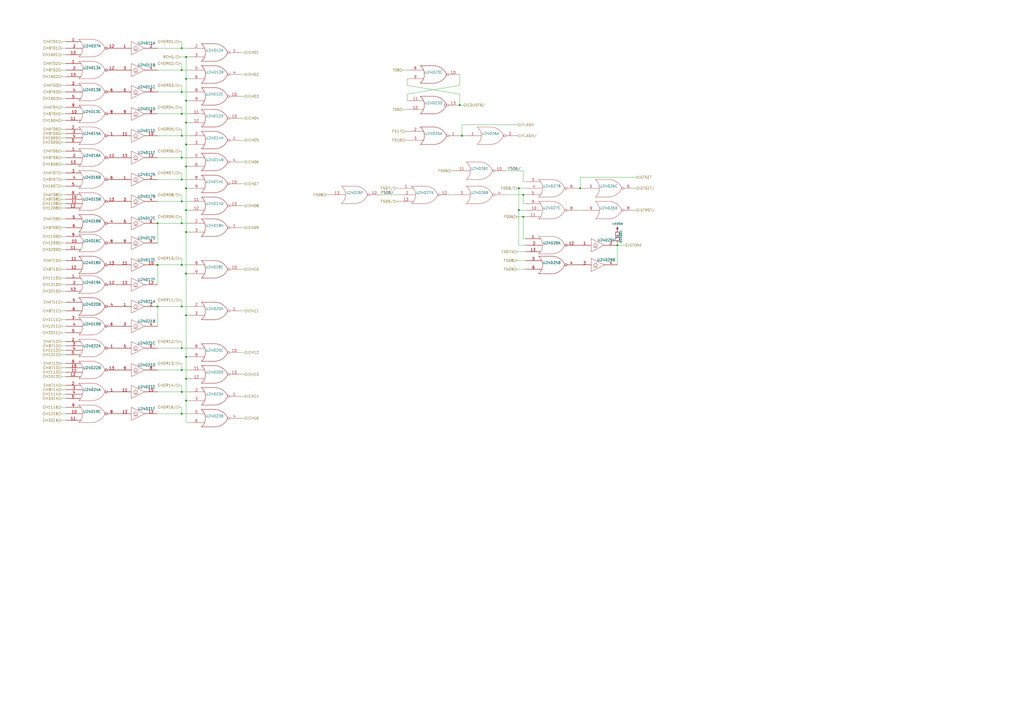
<source format=kicad_sch>
(kicad_sch (version 20211123) (generator eeschema)
  (paper "A2")
  (lib_symbols
    (symbol "Device:R" (pin_numbers hide) (pin_names (offset 0))
      (property "Reference" "R" (at 2.032 0 90))
      (property "Value" "R" (at 0 0 90))
      (symbol "R_0_1"
        (rectangle (start -1.016 -2.54) (end 1.016 2.54) (stroke (width 0.254)))
      )
      (symbol "R_1_1"
        (pin passive line (at 0 3.81 270) (length 1.27) (name "~") (number "1"))
        (pin passive line (at 0 -3.81 90) (length 1.27) (name "~") (number "2"))
      )
    )
    (symbol "agc_kicad_components:+4VSW" (power) (pin_names (offset 0))
      (property "Value" "+4VSW" (at 0.127 2.794 0))
      (symbol "+4VSW_0_1"
        (polyline (pts (xy 0 0) (xy 0 0.381)))
        (polyline (pts (xy -0.508 0.381) (xy 0 1.905) (xy 0.508 0.381) (xy -0.381 0.381)) (fill (type outline)))
      )
      (symbol "+4VSW_1_1"
        (pin power_in line (at 0 0 90) (length 0) hide (name "+4VSW") (number "1"))
      )
    )
    (symbol "agc_kicad_components:74HC02" (pin_names (offset 0.762))
      (property "Reference" "U" (at 0 1.27 0))
      (symbol "74HC02_1_1"
        (arc (start -7.62 -5.08) (mid -5.2708 0) (end -7.62 5.08) (stroke (width 0.2032)))
        (arc (start 0 -5.08) (mid 4.5812 -3.6906) (end 7.62 0) (stroke (width 0.2032)))
        (polyline (pts (xy -7.62 -5.08) (xy 0 -5.08)) (stroke (width 0.2032)))
        (polyline (pts (xy -7.62 5.08) (xy 0 5.08)) (stroke (width 0.2032)))
        (arc (start 7.62 0) (mid 4.5727 3.6819) (end 0 5.08) (stroke (width 0.2032)))
        (pin output inverted (at 15.24 0 180) (length 7.62) (name "~") (number "1"))
        (pin input line (at -15.24 2.54 0) (length 9.398) (name "~") (number "2"))
        (pin input line (at -15.24 -2.54 0) (length 9.398) (name "~") (number "3"))
      )
      (symbol "74HC02_2_1"
        (arc (start -7.62 -5.08) (mid -5.2708 0) (end -7.62 5.08) (stroke (width 0.2032)))
        (arc (start 0 -5.08) (mid 4.5812 -3.6906) (end 7.62 0) (stroke (width 0.2032)))
        (polyline (pts (xy -7.62 -5.08) (xy 0 -5.08)) (stroke (width 0.2032)))
        (polyline (pts (xy -7.62 5.08) (xy 0 5.08)) (stroke (width 0.2032)))
        (arc (start 7.62 0) (mid 4.5727 3.6819) (end 0 5.08) (stroke (width 0.2032)))
        (pin output inverted (at 15.24 0 180) (length 7.62) (name "~") (number "4"))
        (pin input line (at -15.24 2.54 0) (length 9.398) (name "~") (number "5"))
        (pin input line (at -15.24 -2.54 0) (length 9.398) (name "~") (number "6"))
      )
      (symbol "74HC02_3_1"
        (arc (start -7.62 -5.08) (mid -5.2708 0) (end -7.62 5.08) (stroke (width 0.2032)))
        (arc (start 0 -5.08) (mid 4.5812 -3.6906) (end 7.62 0) (stroke (width 0.2032)))
        (polyline (pts (xy -7.62 -5.08) (xy 0 -5.08)) (stroke (width 0.2032)))
        (polyline (pts (xy -7.62 5.08) (xy 0 5.08)) (stroke (width 0.2032)))
        (arc (start 7.62 0) (mid 4.5727 3.6819) (end 0 5.08) (stroke (width 0.2032)))
        (pin output inverted (at 15.24 0 180) (length 7.62) (name "~") (number "10"))
        (pin input line (at -15.24 2.54 0) (length 9.398) (name "~") (number "8"))
        (pin input line (at -15.24 -2.54 0) (length 9.398) (name "~") (number "9"))
      )
      (symbol "74HC02_4_1"
        (arc (start -7.62 -5.08) (mid -5.2708 0) (end -7.62 5.08) (stroke (width 0.2032)))
        (arc (start 0 -5.08) (mid 4.5812 -3.6906) (end 7.62 0) (stroke (width 0.2032)))
        (polyline (pts (xy -7.62 -5.08) (xy 0 -5.08)) (stroke (width 0.2032)))
        (polyline (pts (xy -7.62 5.08) (xy 0 5.08)) (stroke (width 0.2032)))
        (arc (start 7.62 0) (mid 4.5727 3.6819) (end 0 5.08) (stroke (width 0.2032)))
        (pin input line (at -15.24 2.54 0) (length 9.398) (name "~") (number "11"))
        (pin input line (at -15.24 -2.54 0) (length 9.398) (name "~") (number "12"))
        (pin output inverted (at 15.24 0 180) (length 7.62) (name "~") (number "13"))
      )
      (symbol "74HC02_5_0"
        (text "GND" (at 2.54 -3.81 0) (effects (font (size 0.9906 0.9906))))
        (text "VCC" (at 2.54 3.81 0) (effects (font (size 0.9906 0.9906))))
      )
      (symbol "74HC02_5_1"
        (rectangle (start -5.08 2.54) (end 5.08 -2.54))
        (pin power_in line (at 0 6.35 270) (length 3.81) (name "VCC") (number "14"))
        (pin power_in line (at 0 -6.35 90) (length 3.81) (name "GND") (number "7"))
      )
    )
    (symbol "agc_kicad_components:74HC04" (pin_names (offset 0.762))
      (property "Reference" "U" (at 0 1.27 0))
      (symbol "74HC04_1_1"
        (arc (start -7.62 -5.0292) (mid -5.3094 0.0082) (end -7.62 5.0546))
        (arc (start 0 -5.0546) (mid 4.5632 -3.6449) (end 7.5946 0.0508))
        (polyline (pts (xy -7.62 -5.08) (xy 0 -5.08)))
        (polyline (pts (xy -7.62 5.08) (xy 0 5.08)))
        (arc (start 7.62 0) (mid 4.6132 3.6946) (end 0.0508 5.08))
        (pin input line (at -15.24 0 0) (length 9.906) (name "~") (number "1"))
        (pin output inverted (at 15.24 0 180) (length 7.62) (name "~") (number "2"))
      )
      (symbol "74HC04_2_1"
        (arc (start -7.62 -5.0292) (mid -5.3094 0.0082) (end -7.62 5.0546))
        (arc (start 0 -5.0546) (mid 4.5632 -3.6449) (end 7.5946 0.0508))
        (polyline (pts (xy -7.62 -5.08) (xy 0 -5.08)))
        (polyline (pts (xy -7.62 5.08) (xy 0 5.08)))
        (arc (start 7.62 0) (mid 4.6132 3.6946) (end 0.0508 5.08))
        (pin input line (at -15.24 0 0) (length 9.906) (name "~") (number "3"))
        (pin output inverted (at 15.24 0 180) (length 7.62) (name "~") (number "4"))
      )
      (symbol "74HC04_3_1"
        (arc (start -7.62 -5.0292) (mid -5.3094 0.0082) (end -7.62 5.0546))
        (arc (start 0 -5.0546) (mid 4.5632 -3.6449) (end 7.5946 0.0508))
        (polyline (pts (xy -7.62 -5.08) (xy 0 -5.08)))
        (polyline (pts (xy -7.62 5.08) (xy 0 5.08)))
        (arc (start 7.62 0) (mid 4.6132 3.6946) (end 0.0508 5.08))
        (pin input line (at -15.24 0 0) (length 9.906) (name "~") (number "5"))
        (pin output inverted (at 15.24 0 180) (length 7.62) (name "~") (number "6"))
      )
      (symbol "74HC04_4_1"
        (arc (start -7.62 -5.0292) (mid -5.3094 0.0082) (end -7.62 5.0546))
        (arc (start 0 -5.0546) (mid 4.5632 -3.6449) (end 7.5946 0.0508))
        (polyline (pts (xy -7.62 -5.08) (xy 0 -5.08)))
        (polyline (pts (xy -7.62 5.08) (xy 0 5.08)))
        (arc (start 7.62 0) (mid 4.6132 3.6946) (end 0.0508 5.08))
        (pin output inverted (at 15.24 0 180) (length 7.62) (name "~") (number "8"))
        (pin input line (at -15.24 0 0) (length 9.906) (name "~") (number "9"))
      )
      (symbol "74HC04_5_1"
        (arc (start -7.62 -5.0292) (mid -5.3094 0.0082) (end -7.62 5.0546))
        (arc (start 0 -5.0546) (mid 4.5632 -3.6449) (end 7.5946 0.0508))
        (polyline (pts (xy -7.62 -5.08) (xy 0 -5.08)))
        (polyline (pts (xy -7.62 5.08) (xy 0 5.08)))
        (arc (start 7.62 0) (mid 4.6132 3.6946) (end 0.0508 5.08))
        (pin output inverted (at 15.24 0 180) (length 7.62) (name "~") (number "10"))
        (pin input line (at -15.24 0 0) (length 9.906) (name "~") (number "11"))
      )
      (symbol "74HC04_6_1"
        (arc (start -7.62 -5.0292) (mid -5.3094 0.0082) (end -7.62 5.0546))
        (arc (start 0 -5.0546) (mid 4.5632 -3.6449) (end 7.5946 0.0508))
        (polyline (pts (xy -7.62 -5.08) (xy 0 -5.08)))
        (polyline (pts (xy -7.62 5.08) (xy 0 5.08)))
        (arc (start 7.62 0) (mid 4.6132 3.6946) (end 0.0508 5.08))
        (pin output inverted (at 15.24 0 180) (length 7.62) (name "~") (number "12"))
        (pin input line (at -15.24 0 0) (length 9.906) (name "~") (number "13"))
      )
      (symbol "74HC04_7_0"
        (text "GND" (at 2.54 -3.81 0) (effects (font (size 0.9906 0.9906))))
        (text "VCC" (at 2.54 3.81 0) (effects (font (size 0.9906 0.9906))))
      )
      (symbol "74HC04_7_1"
        (rectangle (start -5.08 2.54) (end 5.08 -2.54))
        (pin power_in line (at 0 6.35 270) (length 3.81) (name "VCC") (number "14"))
        (pin power_in line (at 0 -6.35 90) (length 3.81) (name "GND") (number "7"))
      )
    )
    (symbol "agc_kicad_components:74HC27" (pin_names (offset 0.762))
      (property "Reference" "U" (at 0 1.27 0))
      (symbol "74HC27_1_1"
        (arc (start -7.62 -5.0292) (mid -5.3094 0.0082) (end -7.62 5.0546))
        (arc (start 0 -5.0546) (mid 4.5632 -3.6449) (end 7.5946 0.0508))
        (polyline (pts (xy -7.62 -5.08) (xy 0 -5.08)))
        (polyline (pts (xy -7.62 5.08) (xy 0 5.08)))
        (arc (start 7.62 0) (mid 4.6132 3.6946) (end 0.0508 5.08))
        (pin input line (at -15.24 3.81 0) (length 8.763) (name "~") (number "1"))
        (pin output inverted (at 15.24 0 180) (length 7.62) (name "~") (number "12"))
        (pin input line (at -15.24 -3.81 0) (length 8.763) (name "~") (number "13"))
        (pin input line (at -15.24 0 0) (length 9.906) (name "~") (number "2"))
      )
      (symbol "74HC27_2_1"
        (arc (start -7.62 -5.0292) (mid -5.3094 0.0082) (end -7.62 5.0546))
        (arc (start 0 -5.0546) (mid 4.5632 -3.6449) (end 7.5946 0.0508))
        (polyline (pts (xy -7.62 -5.08) (xy 0 -5.08)))
        (polyline (pts (xy -7.62 5.08) (xy 0 5.08)))
        (arc (start 7.62 0) (mid 4.6132 3.6946) (end 0.0508 5.08))
        (pin input line (at -15.24 3.81 0) (length 8.763) (name "~") (number "3"))
        (pin input line (at -15.24 0 0) (length 9.906) (name "~") (number "4"))
        (pin input line (at -15.24 -3.81 0) (length 8.763) (name "~") (number "5"))
        (pin output inverted (at 15.24 0 180) (length 7.62) (name "~") (number "6"))
      )
      (symbol "74HC27_3_1"
        (arc (start -7.62 -5.0292) (mid -5.3094 0.0082) (end -7.62 5.0546))
        (arc (start 0 -5.0546) (mid 4.5632 -3.6449) (end 7.5946 0.0508))
        (polyline (pts (xy -7.62 -5.08) (xy 0 -5.08)))
        (polyline (pts (xy -7.62 5.08) (xy 0 5.08)))
        (arc (start 7.62 0) (mid 4.6132 3.6946) (end 0.0508 5.08))
        (pin input line (at -15.24 0 0) (length 9.906) (name "~") (number "10"))
        (pin input line (at -15.24 -3.81 0) (length 8.763) (name "~") (number "11"))
        (pin output inverted (at 15.24 0 180) (length 7.62) (name "~") (number "8"))
        (pin input line (at -15.24 3.81 0) (length 8.763) (name "~") (number "9"))
      )
      (symbol "74HC27_4_0"
        (text "GND" (at 2.54 -3.81 0) (effects (font (size 0.9906 0.9906))))
        (text "VCC" (at 2.54 3.81 0) (effects (font (size 0.9906 0.9906))))
      )
      (symbol "74HC27_4_1"
        (rectangle (start -5.08 2.54) (end 5.08 -2.54))
        (pin power_in line (at 0 6.35 270) (length 3.81) (name "VCC") (number "14"))
        (pin power_in line (at 0 -6.35 90) (length 3.81) (name "GND") (number "7"))
      )
    )
    (symbol "agc_kicad_components:74HC4002" (pin_names (offset 0.762))
      (property "Reference" "U" (at 0 1.27 0))
      (symbol "74HC4002_1_1"
        (arc (start -7.62 -5.0292) (mid -5.3094 0.0082) (end -7.62 5.0546))
        (arc (start 0 -5.0546) (mid 4.5632 -3.6449) (end 7.5946 0.0508))
        (polyline (pts (xy -7.62 -5.08) (xy 0 -5.08)))
        (polyline (pts (xy -7.62 5.08) (xy 0 5.08)))
        (arc (start 7.62 0) (mid 4.6132 3.6946) (end 0.0508 5.08))
        (pin output inverted (at 15.24 0 180) (length 7.62) (name "~") (number "1"))
        (pin input line (at -15.24 3.81 0) (length 8.509) (name "~") (number "2"))
        (pin input line (at -15.24 1.27 0) (length 9.652) (name "~") (number "3"))
        (pin input line (at -15.24 -1.27 0) (length 9.652) (name "~") (number "4"))
        (pin input line (at -15.24 -3.81 0) (length 8.509) (name "~") (number "5"))
        (pin no_connect line (at -2.54 5.08 90) (length 0) hide (name "NC1") (number "6"))
        (pin no_connect line (at 0 5.08 90) (length 0) hide (name "NC2") (number "8"))
      )
      (symbol "74HC4002_2_1"
        (arc (start -7.62 -5.0292) (mid -5.3094 0.0082) (end -7.62 5.0546))
        (arc (start 0 -5.0546) (mid 4.5632 -3.6449) (end 7.5946 0.0508))
        (polyline (pts (xy -7.62 -5.08) (xy 0 -5.08)))
        (polyline (pts (xy -7.62 5.08) (xy 0 5.08)))
        (arc (start 7.62 0) (mid 4.6132 3.6946) (end 0.0508 5.08))
        (pin input line (at -15.24 1.27 0) (length 9.652) (name "~") (number "10"))
        (pin input line (at -15.24 -1.27 0) (length 9.652) (name "~") (number "11"))
        (pin input line (at -15.24 -3.81 0) (length 8.509) (name "~") (number "12"))
        (pin output inverted (at 15.24 0 180) (length 7.62) (name "~") (number "13"))
        (pin no_connect line (at -2.54 5.08 90) (length 0) hide (name "NC1") (number "6"))
        (pin no_connect line (at 0 5.08 90) (length 0) hide (name "NC2") (number "8"))
        (pin input line (at -15.24 3.81 0) (length 8.509) (name "~") (number "9"))
      )
      (symbol "74HC4002_3_0"
        (text "GND" (at 2.54 -3.81 0) (effects (font (size 0.9906 0.9906))))
        (text "VCC" (at 2.54 3.81 0) (effects (font (size 0.9906 0.9906))))
      )
      (symbol "74HC4002_3_1"
        (rectangle (start -5.08 2.54) (end 5.08 -2.54))
        (pin power_in line (at 0 6.35 270) (length 3.81) (name "VCC") (number "14"))
        (pin power_in line (at 0 -6.35 90) (length 3.81) (name "GND") (number "7"))
      )
    )
    (symbol "agc_kicad_components:74LVC07" (pin_names (offset 0.762))
      (property "Reference" "U" (at 0 1.27 0))
      (symbol "74LVC07_1_0"
        (polyline (pts (xy -3.81 3.81) (xy -3.81 -3.81) (xy 3.81 0) (xy -3.81 3.81)))
      )
      (symbol "74LVC07_1_1"
        (polyline (pts (xy -2.54 -1.27) (xy 0 -1.27)))
        (polyline (pts (xy -1.27 1.27) (xy -2.54 0) (xy -1.27 -1.27) (xy 0 0) (xy -1.27 1.27)))
        (pin input line (at -11.43 0 0) (length 7.62) (name "~") (number "1"))
        (pin open_collector line (at 11.43 0 180) (length 7.62) (name "~") (number "2"))
      )
      (symbol "74LVC07_2_0"
        (polyline (pts (xy -3.81 3.81) (xy -3.81 -3.81) (xy 3.81 0) (xy -3.81 3.81)))
      )
      (symbol "74LVC07_2_1"
        (polyline (pts (xy -2.54 -1.27) (xy 0 -1.27)))
        (polyline (pts (xy -1.27 1.27) (xy -2.54 0) (xy -1.27 -1.27) (xy 0 0) (xy -1.27 1.27)))
        (pin input line (at -11.43 0 0) (length 7.62) (name "~") (number "3"))
        (pin open_collector line (at 11.43 0 180) (length 7.62) (name "~") (number "4"))
      )
      (symbol "74LVC07_3_0"
        (polyline (pts (xy -3.81 3.81) (xy -3.81 -3.81) (xy 3.81 0) (xy -3.81 3.81)))
      )
      (symbol "74LVC07_3_1"
        (polyline (pts (xy -2.54 -1.27) (xy 0 -1.27)))
        (polyline (pts (xy -1.27 1.27) (xy -2.54 0) (xy -1.27 -1.27) (xy 0 0) (xy -1.27 1.27)))
        (pin input line (at -11.43 0 0) (length 7.62) (name "~") (number "5"))
        (pin open_collector line (at 11.43 0 180) (length 7.62) (name "~") (number "6"))
      )
      (symbol "74LVC07_4_0"
        (polyline (pts (xy -3.81 3.81) (xy -3.81 -3.81) (xy 3.81 0) (xy -3.81 3.81)))
      )
      (symbol "74LVC07_4_1"
        (polyline (pts (xy -2.54 -1.27) (xy 0 -1.27)))
        (polyline (pts (xy -1.27 1.27) (xy -2.54 0) (xy -1.27 -1.27) (xy 0 0) (xy -1.27 1.27)))
        (pin open_collector line (at 11.43 0 180) (length 7.62) (name "~") (number "8"))
        (pin input line (at -11.43 0 0) (length 7.62) (name "~") (number "9"))
      )
      (symbol "74LVC07_5_0"
        (polyline (pts (xy -3.81 3.81) (xy -3.81 -3.81) (xy 3.81 0) (xy -3.81 3.81)))
      )
      (symbol "74LVC07_5_1"
        (polyline (pts (xy -2.54 -1.27) (xy 0 -1.27)))
        (polyline (pts (xy -1.27 1.27) (xy -2.54 0) (xy -1.27 -1.27) (xy 0 0) (xy -1.27 1.27)))
        (pin open_collector line (at 11.43 0 180) (length 7.62) (name "~") (number "10"))
        (pin input line (at -11.43 0 0) (length 7.62) (name "~") (number "11"))
      )
      (symbol "74LVC07_6_0"
        (polyline (pts (xy -3.81 3.81) (xy -3.81 -3.81) (xy 3.81 0) (xy -3.81 3.81)))
      )
      (symbol "74LVC07_6_1"
        (polyline (pts (xy -2.54 -1.27) (xy 0 -1.27)))
        (polyline (pts (xy -1.27 1.27) (xy -2.54 0) (xy -1.27 -1.27) (xy 0 0) (xy -1.27 1.27)))
        (pin open_collector line (at 11.43 0 180) (length 7.62) (name "~") (number "12"))
        (pin input line (at -11.43 0 0) (length 7.62) (name "~") (number "13"))
      )
      (symbol "74LVC07_7_0"
        (rectangle (start -5.08 2.54) (end 5.08 -2.54))
        (text "GND" (at 2.54 -3.81 0) (effects (font (size 0.9906 0.9906))))
        (text "VCC" (at 2.54 3.81 0) (effects (font (size 0.9906 0.9906))))
      )
      (symbol "74LVC07_7_1"
        (pin power_in line (at 0 6.35 270) (length 3.81) (name "VCC") (number "14"))
        (pin power_in line (at 0 -6.35 90) (length 3.81) (name "GND") (number "7"))
      )
    )
  )
  (junction (at 105.41 78.74))
  (junction (at 105.41 27.94))
  (junction (at 107.95 232.41))
  (junction (at 105.41 104.14))
  (junction (at 107.95 109.22))
  (junction (at 107.95 182.88))
  (junction (at 107.95 33.02))
  (junction (at 105.41 66.04))
  (junction (at 105.41 129.54))
  (junction (at 107.95 71.12))
  (junction (at 91.44 129.54))
  (junction (at 91.44 153.67))
  (junction (at 107.95 134.62))
  (junction (at 303.53 125.73))
  (junction (at 107.95 58.42))
  (junction (at 107.95 207.01))
  (junction (at 105.41 214.63))
  (junction (at 107.95 158.75))
  (junction (at 303.53 113.03))
  (junction (at 105.41 240.03))
  (junction (at 267.97 78.74))
  (junction (at 300.99 109.22))
  (junction (at 107.95 121.92))
  (junction (at 105.41 40.64))
  (junction (at 105.41 153.67))
  (junction (at 336.55 109.22))
  (junction (at 105.41 177.8))
  (junction (at 107.95 219.71))
  (junction (at 105.41 201.93))
  (junction (at 107.95 83.82))
  (junction (at 105.41 227.33))
  (junction (at 107.95 96.52))
  (junction (at 300.99 121.92))
  (junction (at 105.41 116.84))
  (junction (at 266.7 60.96))
  (junction (at 107.95 45.72))
  (junction (at 358.14 142.24))
  (junction (at 105.41 91.44))
  (junction (at 91.44 177.8))
  (junction (at 105.41 53.34))
  (wire (pts (xy 105.41 116.84) (xy 109.22 116.84)))
  (wire (pts (xy 91.44 177.8) (xy 105.41 177.8)))
  (wire (pts (xy 91.44 227.33) (xy 105.41 227.33)))
  (wire (pts (xy 105.41 24.13) (xy 105.41 27.94)))
  (wire (pts (xy 35.56 218.44) (xy 38.1 218.44)))
  (wire (pts (xy 105.41 40.64) (xy 109.22 40.64)))
  (wire (pts (xy 107.95 109.22) (xy 107.95 121.92)))
  (wire (pts (xy 335.28 121.92) (xy 337.82 121.92)))
  (wire (pts (xy 35.56 95.25) (xy 38.1 95.25)))
  (wire (pts (xy 105.41 27.94) (xy 109.22 27.94)))
  (wire (pts (xy 35.56 66.04) (xy 38.1 66.04)))
  (wire (pts (xy 303.53 99.06) (xy 293.37 99.06)))
  (wire (pts (xy 105.41 240.03) (xy 109.22 240.03)))
  (wire (pts (xy 91.44 189.23) (xy 91.44 177.8)))
  (wire (pts (xy 91.44 140.97) (xy 91.44 129.54)))
  (wire (pts (xy 142.24 81.28) (xy 139.7 81.28)))
  (wire (pts (xy 300.99 109.22) (xy 304.8 109.22)))
  (wire (pts (xy 300.99 109.22) (xy 300.99 121.92)))
  (wire (pts (xy 107.95 33.02) (xy 107.95 45.72)))
  (wire (pts (xy 107.95 83.82) (xy 109.22 83.82)))
  (wire (pts (xy 105.41 236.22) (xy 105.41 240.03)))
  (wire (pts (xy 105.41 210.82) (xy 105.41 214.63)))
  (wire (pts (xy 35.56 27.94) (xy 38.1 27.94)))
  (wire (pts (xy 142.24 180.34) (xy 139.7 180.34)))
  (wire (pts (xy 105.41 36.83) (xy 105.41 40.64)))
  (wire (pts (xy 35.56 100.33) (xy 38.1 100.33)))
  (wire (pts (xy 105.41 125.73) (xy 105.41 129.54)))
  (wire (pts (xy 104.14 36.83) (xy 105.41 36.83)))
  (wire (pts (xy 105.41 201.93) (xy 109.22 201.93)))
  (wire (pts (xy 105.41 100.33) (xy 105.41 104.14)))
  (wire (pts (xy 35.56 69.85) (xy 38.1 69.85)))
  (wire (pts (xy 107.95 207.01) (xy 109.22 207.01)))
  (wire (pts (xy 142.24 119.38) (xy 139.7 119.38)))
  (wire (pts (xy 107.95 96.52) (xy 109.22 96.52)))
  (wire (pts (xy 105.41 87.63) (xy 105.41 91.44)))
  (wire (pts (xy 233.68 63.5) (xy 236.22 63.5)))
  (wire (pts (xy 267.97 78.74) (xy 269.24 78.74)))
  (wire (pts (xy 233.68 40.64) (xy 236.22 40.64)))
  (wire (pts (xy 107.95 182.88) (xy 107.95 207.01)))
  (wire (pts (xy 105.41 104.14) (xy 109.22 104.14)))
  (wire (pts (xy 91.44 66.04) (xy 105.41 66.04)))
  (wire (pts (xy 35.56 236.22) (xy 38.1 236.22)))
  (wire (pts (xy 35.56 198.12) (xy 38.1 198.12)))
  (wire (pts (xy 35.56 107.95) (xy 38.1 107.95)))
  (wire (pts (xy 303.53 113.03) (xy 304.8 113.03)))
  (wire (pts (xy 104.14 125.73) (xy 105.41 125.73)))
  (wire (pts (xy 107.95 232.41) (xy 107.95 245.11)))
  (wire (pts (xy 267.97 72.39) (xy 300.99 72.39)))
  (wire (pts (xy 35.56 156.21) (xy 38.1 156.21)))
  (wire (pts (xy 107.95 58.42) (xy 107.95 71.12)))
  (wire (pts (xy 91.44 165.1) (xy 91.44 153.67)))
  (wire (pts (xy 35.56 74.93) (xy 38.1 74.93)))
  (wire (pts (xy 35.56 87.63) (xy 38.1 87.63)))
  (wire (pts (xy 107.95 71.12) (xy 109.22 71.12)))
  (wire (pts (xy 35.56 175.26) (xy 38.1 175.26)))
  (wire (pts (xy 266.7 54.61) (xy 236.22 49.53)))
  (wire (pts (xy 142.24 106.68) (xy 139.7 106.68)))
  (wire (pts (xy 91.44 129.54) (xy 105.41 129.54)))
  (wire (pts (xy 104.14 236.22) (xy 105.41 236.22)))
  (wire (pts (xy 35.56 203.2) (xy 38.1 203.2)))
  (wire (pts (xy 35.56 215.9) (xy 38.1 215.9)))
  (wire (pts (xy 303.53 138.43) (xy 304.8 138.43)))
  (wire (pts (xy 303.53 125.73) (xy 304.8 125.73)))
  (wire (pts (xy 104.14 24.13) (xy 105.41 24.13)))
  (wire (pts (xy 105.41 227.33) (xy 109.22 227.33)))
  (wire (pts (xy 35.56 137.16) (xy 38.1 137.16)))
  (wire (pts (xy 107.95 96.52) (xy 107.95 109.22)))
  (wire (pts (xy 35.56 120.65) (xy 38.1 120.65)))
  (wire (pts (xy 104.14 113.03) (xy 105.41 113.03)))
  (wire (pts (xy 293.37 113.03) (xy 303.53 113.03)))
  (wire (pts (xy 335.28 109.22) (xy 336.55 109.22)))
  (wire (pts (xy 105.41 173.99) (xy 105.41 177.8)))
  (wire (pts (xy 261.62 99.06) (xy 262.89 99.06)))
  (wire (pts (xy 299.72 109.22) (xy 300.99 109.22)))
  (wire (pts (xy 107.95 232.41) (xy 109.22 232.41)))
  (wire (pts (xy 35.56 226.06) (xy 38.1 226.06)))
  (wire (pts (xy 142.24 93.98) (xy 139.7 93.98)))
  (wire (pts (xy 107.95 158.75) (xy 109.22 158.75)))
  (wire (pts (xy 107.95 71.12) (xy 107.95 83.82)))
  (wire (pts (xy 107.95 121.92) (xy 107.95 134.62)))
  (wire (pts (xy 234.95 76.2) (xy 236.22 76.2)))
  (wire (pts (xy 142.24 30.48) (xy 139.7 30.48)))
  (wire (pts (xy 35.56 40.64) (xy 38.1 40.64)))
  (wire (pts (xy 35.56 185.42) (xy 38.1 185.42)))
  (wire (pts (xy 35.56 91.44) (xy 38.1 91.44)))
  (wire (pts (xy 35.56 161.29) (xy 38.1 161.29)))
  (wire (pts (xy 299.72 151.13) (xy 304.8 151.13)))
  (wire (pts (xy 105.41 177.8) (xy 109.22 177.8)))
  (wire (pts (xy 35.56 200.66) (xy 38.1 200.66)))
  (wire (pts (xy 303.53 105.41) (xy 303.53 99.06)))
  (wire (pts (xy 107.95 134.62) (xy 109.22 134.62)))
  (wire (pts (xy 358.14 142.24) (xy 363.22 142.24)))
  (wire (pts (xy 142.24 55.88) (xy 139.7 55.88)))
  (wire (pts (xy 266.7 60.96) (xy 266.7 54.61)))
  (wire (pts (xy 35.56 240.03) (xy 38.1 240.03)))
  (wire (pts (xy 142.24 68.58) (xy 139.7 68.58)))
  (wire (pts (xy 105.41 129.54) (xy 109.22 129.54)))
  (wire (pts (xy 229.87 116.84) (xy 231.14 116.84)))
  (wire (pts (xy 107.95 45.72) (xy 107.95 58.42)))
  (wire (pts (xy 142.24 156.21) (xy 139.7 156.21)))
  (wire (pts (xy 35.56 210.82) (xy 38.1 210.82)))
  (wire (pts (xy 299.72 146.05) (xy 304.8 146.05)))
  (wire (pts (xy 105.41 91.44) (xy 109.22 91.44)))
  (wire (pts (xy 104.14 33.02) (xy 107.95 33.02)))
  (wire (pts (xy 236.22 49.53) (xy 236.22 45.72)))
  (wire (pts (xy 91.44 78.74) (xy 105.41 78.74)))
  (wire (pts (xy 229.87 109.22) (xy 231.14 109.22)))
  (wire (pts (xy 300.99 121.92) (xy 304.8 121.92)))
  (wire (pts (xy 107.95 121.92) (xy 109.22 121.92)))
  (wire (pts (xy 105.41 149.86) (xy 105.41 153.67)))
  (wire (pts (xy 91.44 91.44) (xy 105.41 91.44)))
  (wire (pts (xy 336.55 102.87) (xy 369.57 102.87)))
  (wire (pts (xy 104.14 173.99) (xy 105.41 173.99)))
  (wire (pts (xy 142.24 217.17) (xy 139.7 217.17)))
  (wire (pts (xy 91.44 40.64) (xy 105.41 40.64)))
  (wire (pts (xy 35.56 113.03) (xy 38.1 113.03)))
  (wire (pts (xy 35.56 151.13) (xy 38.1 151.13)))
  (wire (pts (xy 236.22 54.61) (xy 236.22 58.42)))
  (wire (pts (xy 358.14 142.24) (xy 358.14 153.67)))
  (wire (pts (xy 35.56 118.11) (xy 38.1 118.11)))
  (wire (pts (xy 91.44 27.94) (xy 105.41 27.94)))
  (wire (pts (xy 35.56 53.34) (xy 38.1 53.34)))
  (wire (pts (xy 105.41 53.34) (xy 109.22 53.34)))
  (wire (pts (xy 35.56 82.55) (xy 38.1 82.55)))
  (wire (pts (xy 303.53 113.03) (xy 303.53 118.11)))
  (wire (pts (xy 104.14 49.53) (xy 105.41 49.53)))
  (wire (pts (xy 266.7 78.74) (xy 267.97 78.74)))
  (wire (pts (xy 35.56 165.1) (xy 38.1 165.1)))
  (wire (pts (xy 91.44 214.63) (xy 105.41 214.63)))
  (wire (pts (xy 35.56 243.84) (xy 38.1 243.84)))
  (wire (pts (xy 35.56 115.57) (xy 38.1 115.57)))
  (wire (pts (xy 107.95 45.72) (xy 109.22 45.72)))
  (wire (pts (xy 35.56 57.15) (xy 38.1 57.15)))
  (wire (pts (xy 105.41 49.53) (xy 105.41 53.34)))
  (wire (pts (xy 35.56 24.13) (xy 38.1 24.13)))
  (wire (pts (xy 35.56 132.08) (xy 38.1 132.08)))
  (wire (pts (xy 107.95 109.22) (xy 109.22 109.22)))
  (wire (pts (xy 107.95 207.01) (xy 107.95 219.71)))
  (wire (pts (xy 104.14 74.93) (xy 105.41 74.93)))
  (wire (pts (xy 105.41 78.74) (xy 109.22 78.74)))
  (wire (pts (xy 105.41 198.12) (xy 105.41 201.93)))
  (wire (pts (xy 336.55 109.22) (xy 337.82 109.22)))
  (wire (pts (xy 107.95 245.11) (xy 109.22 245.11)))
  (wire (pts (xy 35.56 180.34) (xy 38.1 180.34)))
  (wire (pts (xy 142.24 43.18) (xy 139.7 43.18)))
  (wire (pts (xy 91.44 240.03) (xy 105.41 240.03)))
  (wire (pts (xy 91.44 53.34) (xy 105.41 53.34)))
  (wire (pts (xy 105.41 66.04) (xy 109.22 66.04)))
  (wire (pts (xy 368.3 109.22) (xy 369.57 109.22)))
  (wire (pts (xy 35.56 168.91) (xy 38.1 168.91)))
  (wire (pts (xy 91.44 104.14) (xy 105.41 104.14)))
  (wire (pts (xy 300.99 121.92) (xy 300.99 142.24)))
  (wire (pts (xy 35.56 80.01) (xy 38.1 80.01)))
  (wire (pts (xy 104.14 210.82) (xy 105.41 210.82)))
  (wire (pts (xy 35.56 104.14) (xy 38.1 104.14)))
  (wire (pts (xy 142.24 204.47) (xy 139.7 204.47)))
  (wire (pts (xy 105.41 74.93) (xy 105.41 78.74)))
  (wire (pts (xy 299.72 156.21) (xy 304.8 156.21)))
  (wire (pts (xy 234.95 81.28) (xy 236.22 81.28)))
  (wire (pts (xy 104.14 198.12) (xy 105.41 198.12)))
  (wire (pts (xy 35.56 213.36) (xy 38.1 213.36)))
  (wire (pts (xy 336.55 109.22) (xy 336.55 102.87)))
  (wire (pts (xy 105.41 113.03) (xy 105.41 116.84)))
  (wire (pts (xy 105.41 214.63) (xy 109.22 214.63)))
  (wire (pts (xy 35.56 193.04) (xy 38.1 193.04)))
  (wire (pts (xy 91.44 116.84) (xy 105.41 116.84)))
  (wire (pts (xy 266.7 49.53) (xy 236.22 54.61)))
  (wire (pts (xy 142.24 229.87) (xy 139.7 229.87)))
  (wire (pts (xy 35.56 127) (xy 38.1 127)))
  (wire (pts (xy 303.53 125.73) (xy 303.53 138.43)))
  (wire (pts (xy 266.7 43.18) (xy 266.7 49.53)))
  (wire (pts (xy 35.56 49.53) (xy 38.1 49.53)))
  (wire (pts (xy 35.56 223.52) (xy 38.1 223.52)))
  (wire (pts (xy 104.14 62.23) (xy 105.41 62.23)))
  (wire (pts (xy 105.41 223.52) (xy 105.41 227.33)))
  (wire (pts (xy 142.24 132.08) (xy 139.7 132.08)))
  (wire (pts (xy 35.56 140.97) (xy 38.1 140.97)))
  (wire (pts (xy 267.97 78.74) (xy 267.97 72.39)))
  (wire (pts (xy 35.56 77.47) (xy 38.1 77.47)))
  (wire (pts (xy 35.56 36.83) (xy 38.1 36.83)))
  (wire (pts (xy 91.44 153.67) (xy 105.41 153.67)))
  (wire (pts (xy 220.98 113.03) (xy 231.14 113.03)))
  (wire (pts (xy 105.41 153.67) (xy 109.22 153.67)))
  (wire (pts (xy 266.7 60.96) (xy 269.24 60.96)))
  (wire (pts (xy 107.95 134.62) (xy 107.95 158.75)))
  (wire (pts (xy 189.23 113.03) (xy 190.5 113.03)))
  (wire (pts (xy 105.41 62.23) (xy 105.41 66.04)))
  (wire (pts (xy 35.56 144.78) (xy 38.1 144.78)))
  (wire (pts (xy 107.95 83.82) (xy 107.95 96.52)))
  (wire (pts (xy 303.53 118.11) (xy 304.8 118.11)))
  (wire (pts (xy 104.14 100.33) (xy 105.41 100.33)))
  (wire (pts (xy 142.24 242.57) (xy 139.7 242.57)))
  (wire (pts (xy 107.95 158.75) (xy 107.95 182.88)))
  (wire (pts (xy 107.95 33.02) (xy 109.22 33.02)))
  (wire (pts (xy 303.53 105.41) (xy 304.8 105.41)))
  (wire (pts (xy 107.95 219.71) (xy 107.95 232.41)))
  (wire (pts (xy 91.44 201.93) (xy 105.41 201.93)))
  (wire (pts (xy 107.95 219.71) (xy 109.22 219.71)))
  (wire (pts (xy 35.56 31.75) (xy 38.1 31.75)))
  (wire (pts (xy 35.56 62.23) (xy 38.1 62.23)))
  (wire (pts (xy 300.99 142.24) (xy 304.8 142.24)))
  (wire (pts (xy 35.56 189.23) (xy 38.1 189.23)))
  (wire (pts (xy 107.95 182.88) (xy 109.22 182.88)))
  (wire (pts (xy 104.14 149.86) (xy 105.41 149.86)))
  (wire (pts (xy 104.14 87.63) (xy 105.41 87.63)))
  (wire (pts (xy 35.56 205.74) (xy 38.1 205.74)))
  (wire (pts (xy 35.56 44.45) (xy 38.1 44.45)))
  (wire (pts (xy 368.3 121.92) (xy 369.57 121.92)))
  (wire (pts (xy 299.72 125.73) (xy 303.53 125.73)))
  (wire (pts (xy 104.14 223.52) (xy 105.41 223.52)))
  (wire (pts (xy 261.62 113.03) (xy 262.89 113.03)))
  (wire (pts (xy 299.72 78.74) (xy 300.99 78.74)))
  (wire (pts (xy 358.14 140.97) (xy 358.14 142.24)))
  (wire (pts (xy 107.95 58.42) (xy 109.22 58.42)))
  (wire (pts (xy 35.56 228.6) (xy 38.1 228.6)))
  (wire (pts (xy 35.56 231.14) (xy 38.1 231.14)))
  (label "FS08/" (at 220.98 113.03 0) (effects (font (size 1.524 1.524))))
  (label "FS06/" (at 294.64 99.06 0) (effects (font (size 1.524 1.524))))
  (hierarchical_label "CHBT02" (shape input) (at 35.56 40.64 180) (effects (font (size 1.524 1.524))))
  (hierarchical_label "CH3209" (shape input) (at 35.56 144.78 180) (effects (font (size 1.524 1.524))))
  (hierarchical_label "FLASH" (shape output) (at 300.99 72.39 0) (effects (font (size 1.524 1.524))))
  (hierarchical_label "CHAT01" (shape input) (at 35.56 24.13 180) (effects (font (size 1.524 1.524))))
  (hierarchical_label "CH1604" (shape input) (at 35.56 69.85 180) (effects (font (size 1.524 1.524))))
  (hierarchical_label "CHOR12/" (shape input) (at 104.14 198.12 180) (effects (font (size 1.524 1.524))))
  (hierarchical_label "CHOR10/" (shape input) (at 104.14 149.86 180) (effects (font (size 1.524 1.524))))
  (hierarchical_label "CHOR11/" (shape input) (at 104.14 173.99 180) (effects (font (size 1.524 1.524))))
  (hierarchical_label "CHOR08/" (shape input) (at 104.14 113.03 180) (effects (font (size 1.524 1.524))))
  (hierarchical_label "CHOR01/" (shape input) (at 104.14 24.13 180) (effects (font (size 1.524 1.524))))
  (hierarchical_label "CH3210" (shape input) (at 35.56 168.91 180) (effects (font (size 1.524 1.524))))
  (hierarchical_label "CHBT08" (shape input) (at 35.56 115.57 180) (effects (font (size 1.524 1.524))))
  (hierarchical_label "CH06" (shape output) (at 142.24 93.98 0) (effects (font (size 1.524 1.524))))
  (hierarchical_label "CHAT14" (shape input) (at 35.56 223.52 180) (effects (font (size 1.524 1.524))))
  (hierarchical_label "CHOR05/" (shape input) (at 104.14 74.93 180) (effects (font (size 1.524 1.524))))
  (hierarchical_label "CHAT09" (shape input) (at 35.56 127 180) (effects (font (size 1.524 1.524))))
  (hierarchical_label "CHOR16/" (shape input) (at 104.14 236.22 180) (effects (font (size 1.524 1.524))))
  (hierarchical_label "CH3316" (shape input) (at 35.56 243.84 180) (effects (font (size 1.524 1.524))))
  (hierarchical_label "CHOR07/" (shape input) (at 104.14 100.33 180) (effects (font (size 1.524 1.524))))
  (hierarchical_label "CH3313" (shape input) (at 35.56 218.44 180) (effects (font (size 1.524 1.524))))
  (hierarchical_label "CHAT06" (shape input) (at 35.56 87.63 180) (effects (font (size 1.524 1.524))))
  (hierarchical_label "CH1216" (shape input) (at 35.56 240.03 180) (effects (font (size 1.524 1.524))))
  (hierarchical_label "GTRST/" (shape output) (at 369.57 121.92 0) (effects (font (size 1.524 1.524))))
  (hierarchical_label "FS09/" (shape input) (at 229.87 116.84 180) (effects (font (size 1.524 1.524))))
  (hierarchical_label "CHBT01" (shape input) (at 35.56 27.94 180) (effects (font (size 1.524 1.524))))
  (hierarchical_label "CHOR14/" (shape input) (at 104.14 223.52 180) (effects (font (size 1.524 1.524))))
  (hierarchical_label "CH1602" (shape input) (at 35.56 44.45 180) (effects (font (size 1.524 1.524))))
  (hierarchical_label "CH1605" (shape input) (at 35.56 80.01 180) (effects (font (size 1.524 1.524))))
  (hierarchical_label "CHAT04" (shape input) (at 35.56 62.23 180) (effects (font (size 1.524 1.524))))
  (hierarchical_label "FS17" (shape input) (at 234.95 76.2 180) (effects (font (size 1.524 1.524))))
  (hierarchical_label "CH02" (shape output) (at 142.24 43.18 0) (effects (font (size 1.524 1.524))))
  (hierarchical_label "CHOR06/" (shape input) (at 104.14 87.63 180) (effects (font (size 1.524 1.524))))
  (hierarchical_label "CH09" (shape output) (at 142.24 132.08 0) (effects (font (size 1.524 1.524))))
  (hierarchical_label "CH1114" (shape input) (at 35.56 228.6 180) (effects (font (size 1.524 1.524))))
  (hierarchical_label "CH08" (shape output) (at 142.24 119.38 0) (effects (font (size 1.524 1.524))))
  (hierarchical_label "T06" (shape input) (at 233.68 63.5 180) (effects (font (size 1.524 1.524))))
  (hierarchical_label "CH1111" (shape input) (at 35.56 185.42 180) (effects (font (size 1.524 1.524))))
  (hierarchical_label "CH1212" (shape input) (at 35.56 205.74 180) (effects (font (size 1.524 1.524))))
  (hierarchical_label "CH1211" (shape input) (at 35.56 189.23 180) (effects (font (size 1.524 1.524))))
  (hierarchical_label "CHBT14" (shape input) (at 35.56 226.06 180) (effects (font (size 1.524 1.524))))
  (hierarchical_label "CHBT10" (shape input) (at 35.56 156.21 180) (effects (font (size 1.524 1.524))))
  (hierarchical_label "CH05" (shape output) (at 142.24 81.28 0) (effects (font (size 1.524 1.524))))
  (hierarchical_label "CH1603" (shape input) (at 35.56 57.15 180) (effects (font (size 1.524 1.524))))
  (hierarchical_label "CH11" (shape output) (at 142.24 180.34 0) (effects (font (size 1.524 1.524))))
  (hierarchical_label "FS08" (shape input) (at 189.23 113.03 180) (effects (font (size 1.524 1.524))))
  (hierarchical_label "CH3311" (shape input) (at 35.56 193.04 180) (effects (font (size 1.524 1.524))))
  (hierarchical_label "CH1109" (shape input) (at 35.56 137.16 180) (effects (font (size 1.524 1.524))))
  (hierarchical_label "CH1108" (shape input) (at 35.56 118.11 180) (effects (font (size 1.524 1.524))))
  (hierarchical_label "CHOR13/" (shape input) (at 104.14 210.82 180) (effects (font (size 1.524 1.524))))
  (hierarchical_label "CHBT12" (shape input) (at 35.56 200.66 180) (effects (font (size 1.524 1.524))))
  (hierarchical_label "CHBT11" (shape input) (at 35.56 180.34 180) (effects (font (size 1.524 1.524))))
  (hierarchical_label "CHBT07" (shape input) (at 35.56 104.14 180) (effects (font (size 1.524 1.524))))
  (hierarchical_label "CHAT02" (shape input) (at 35.56 36.83 180) (effects (font (size 1.524 1.524))))
  (hierarchical_label "CDUSTB/" (shape output) (at 269.24 60.96 0) (effects (font (size 1.524 1.524))))
  (hierarchical_label "CHBT05" (shape input) (at 35.56 77.47 180) (effects (font (size 1.524 1.524))))
  (hierarchical_label "CH1505" (shape input) (at 35.56 82.55 180) (effects (font (size 1.524 1.524))))
  (hierarchical_label "CHAT11" (shape input) (at 35.56 175.26 180) (effects (font (size 1.524 1.524))))
  (hierarchical_label "CH13" (shape output) (at 142.24 217.17 0) (effects (font (size 1.524 1.524))))
  (hierarchical_label "F05B/" (shape input) (at 299.72 109.22 180) (effects (font (size 1.524 1.524))))
  (hierarchical_label "CH1606" (shape input) (at 35.56 95.25 180) (effects (font (size 1.524 1.524))))
  (hierarchical_label "CHBT09" (shape input) (at 35.56 132.08 180) (effects (font (size 1.524 1.524))))
  (hierarchical_label "CH10" (shape output) (at 142.24 156.21 0) (effects (font (size 1.524 1.524))))
  (hierarchical_label "CH1113" (shape input) (at 35.56 215.9 180) (effects (font (size 1.524 1.524))))
  (hierarchical_label "FS07/" (shape input) (at 229.87 109.22 180) (effects (font (size 1.524 1.524))))
  (hierarchical_label "CHAT13" (shape input) (at 35.56 210.82 180) (effects (font (size 1.524 1.524))))
  (hierarchical_label "CHOR09/" (shape input) (at 104.14 125.73 180) (effects (font (size 1.524 1.524))))
  (hierarchical_label "FS07A" (shape input) (at 299.72 146.05 180) (effects (font (size 1.524 1.524))))
  (hierarchical_label "CH03" (shape output) (at 142.24 55.88 0) (effects (font (size 1.524 1.524))))
  (hierarchical_label "GTSET" (shape output) (at 369.57 102.87 0) (effects (font (size 1.524 1.524))))
  (hierarchical_label "CHAT05" (shape input) (at 35.56 74.93 180) (effects (font (size 1.524 1.524))))
  (hierarchical_label "CHAT10" (shape input) (at 35.56 151.13 180) (effects (font (size 1.524 1.524))))
  (hierarchical_label "CHAT08" (shape input) (at 35.56 113.03 180) (effects (font (size 1.524 1.524))))
  (hierarchical_label "CHAT03" (shape input) (at 35.56 49.53 180) (effects (font (size 1.524 1.524))))
  (hierarchical_label "CHBT06" (shape input) (at 35.56 91.44 180) (effects (font (size 1.524 1.524))))
  (hierarchical_label "FS08" (shape input) (at 299.72 151.13 180) (effects (font (size 1.524 1.524))))
  (hierarchical_label "CH1210" (shape input) (at 35.56 165.1 180) (effects (font (size 1.524 1.524))))
  (hierarchical_label "CHOR03/" (shape input) (at 104.14 49.53 180) (effects (font (size 1.524 1.524))))
  (hierarchical_label "CH1110" (shape input) (at 35.56 161.29 180) (effects (font (size 1.524 1.524))))
  (hierarchical_label "CH1601" (shape input) (at 35.56 31.75 180) (effects (font (size 1.524 1.524))))
  (hierarchical_label "CH16" (shape output) (at 142.24 242.57 0) (effects (font (size 1.524 1.524))))
  (hierarchical_label "T08" (shape input) (at 233.68 40.64 180) (effects (font (size 1.524 1.524))))
  (hierarchical_label "CHBT13" (shape input) (at 35.56 213.36 180) (effects (font (size 1.524 1.524))))
  (hierarchical_label "CHBT04" (shape input) (at 35.56 66.04 180) (effects (font (size 1.524 1.524))))
  (hierarchical_label "CHAT07" (shape input) (at 35.56 100.33 180) (effects (font (size 1.524 1.524))))
  (hierarchical_label "RCHG/" (shape input) (at 104.14 33.02 180) (effects (font (size 1.524 1.524))))
  (hierarchical_label "CH1112" (shape input) (at 35.56 203.2 180) (effects (font (size 1.524 1.524))))
  (hierarchical_label "CHAT12" (shape input) (at 35.56 198.12 180) (effects (font (size 1.524 1.524))))
  (hierarchical_label "FS09" (shape input) (at 299.72 156.21 180) (effects (font (size 1.524 1.524))))
  (hierarchical_label "CHOR04/" (shape input) (at 104.14 62.23 180) (effects (font (size 1.524 1.524))))
  (hierarchical_label "CH1208" (shape input) (at 35.56 120.65 180) (effects (font (size 1.524 1.524))))
  (hierarchical_label "CH1209" (shape input) (at 35.56 140.97 180) (effects (font (size 1.524 1.524))))
  (hierarchical_label "CH12" (shape output) (at 142.24 204.47 0) (effects (font (size 1.524 1.524))))
  (hierarchical_label "CH14" (shape output) (at 142.24 229.87 0) (effects (font (size 1.524 1.524))))
  (hierarchical_label "FLASH/" (shape output) (at 300.99 78.74 0) (effects (font (size 1.524 1.524))))
  (hierarchical_label "CH04" (shape output) (at 142.24 68.58 0) (effects (font (size 1.524 1.524))))
  (hierarchical_label "FS06" (shape input) (at 261.62 99.06 180) (effects (font (size 1.524 1.524))))
  (hierarchical_label "CH1607" (shape input) (at 35.56 107.95 180) (effects (font (size 1.524 1.524))))
  (hierarchical_label "GTSET/" (shape output) (at 369.57 109.22 0) (effects (font (size 1.524 1.524))))
  (hierarchical_label "CHOR02/" (shape input) (at 104.14 36.83 180) (effects (font (size 1.524 1.524))))
  (hierarchical_label "CH01" (shape output) (at 142.24 30.48 0) (effects (font (size 1.524 1.524))))
  (hierarchical_label "GTONE" (shape output) (at 363.22 142.24 0) (effects (font (size 1.524 1.524))))
  (hierarchical_label "CHBT03" (shape input) (at 35.56 53.34 180) (effects (font (size 1.524 1.524))))
  (hierarchical_label "CH07" (shape output) (at 142.24 106.68 0) (effects (font (size 1.524 1.524))))
  (hierarchical_label "FS16" (shape input) (at 234.95 81.28 180) (effects (font (size 1.524 1.524))))
  (hierarchical_label "FS06" (shape input) (at 299.72 125.73 180) (effects (font (size 1.524 1.524))))
  (hierarchical_label "CH1116" (shape input) (at 35.56 236.22 180) (effects (font (size 1.524 1.524))))
  (hierarchical_label "CH3314" (shape input) (at 35.56 231.14 180) (effects (font (size 1.524 1.524))))
  (symbol (lib_id "agc_kicad_components:74HC27") (at 53.34 27.94 0) (unit 1)
    (property "Reference" "U24037" (at 53.34 26.67 0) (effects (font (size 1.524 1.524))))
  )
  (symbol (lib_id "agc_kicad_components:74LVC07") (at 80.01 27.94 0) (unit 1)
    (property "Reference" "U24011" (at 84.963 25.019 0) (effects (font (size 1.524 1.524))))
  )
  (symbol (lib_id "agc_kicad_components:74HC02") (at 124.46 30.48 0) (unit 1)
    (property "Reference" "U24012" (at 124.46 29.21 0) (effects (font (size 1.524 1.524))))
  )
  (symbol (lib_id "agc_kicad_components:74HC27") (at 53.34 40.64 0) (unit 1)
    (property "Reference" "U24013" (at 53.34 39.37 0) (effects (font (size 1.524 1.524))))
  )
  (symbol (lib_id "agc_kicad_components:74LVC07") (at 80.01 40.64 0) (unit 2)
    (property "Reference" "U24011" (at 84.963 37.719 0) (effects (font (size 1.524 1.524))))
  )
  (symbol (lib_id "agc_kicad_components:74HC02") (at 124.46 43.18 0) (unit 2)
    (property "Reference" "U24012" (at 124.46 41.91 0) (effects (font (size 1.524 1.524))))
  )
  (symbol (lib_id "agc_kicad_components:74HC27") (at 53.34 53.34 0) (unit 2)
    (property "Reference" "U24013" (at 53.34 52.07 0) (effects (font (size 1.524 1.524))))
  )
  (symbol (lib_id "agc_kicad_components:74LVC07") (at 80.01 53.34 0) (unit 3)
    (property "Reference" "U24011" (at 84.963 50.419 0) (effects (font (size 1.524 1.524))))
  )
  (symbol (lib_id "agc_kicad_components:74HC02") (at 124.46 55.88 0) (unit 3)
    (property "Reference" "U24012" (at 124.46 54.61 0) (effects (font (size 1.524 1.524))))
  )
  (symbol (lib_id "agc_kicad_components:74HC27") (at 53.34 66.04 0) (unit 3)
    (property "Reference" "U24013" (at 53.34 64.77 0) (effects (font (size 1.524 1.524))))
  )
  (symbol (lib_id "agc_kicad_components:74LVC07") (at 80.01 66.04 0) (unit 4)
    (property "Reference" "U24011" (at 84.963 63.119 0) (effects (font (size 1.524 1.524))))
  )
  (symbol (lib_id "agc_kicad_components:74HC02") (at 124.46 68.58 0) (unit 4)
    (property "Reference" "U24012" (at 124.46 67.31 0) (effects (font (size 1.524 1.524))))
  )
  (symbol (lib_id "agc_kicad_components:74LVC07") (at 80.01 78.74 0) (unit 5)
    (property "Reference" "U24011" (at 84.963 75.819 0) (effects (font (size 1.524 1.524))))
  )
  (symbol (lib_id "agc_kicad_components:74HC02") (at 124.46 81.28 0) (unit 1)
    (property "Reference" "U24014" (at 124.46 80.01 0) (effects (font (size 1.524 1.524))))
  )
  (symbol (lib_id "agc_kicad_components:74HC4002") (at 53.34 78.74 0) (unit 1)
    (property "Reference" "U24015" (at 53.34 77.47 0) (effects (font (size 1.524 1.524))))
  )
  (symbol (lib_id "agc_kicad_components:74HC27") (at 53.34 91.44 0) (unit 1)
    (property "Reference" "U24016" (at 53.34 90.17 0) (effects (font (size 1.524 1.524))))
  )
  (symbol (lib_id "agc_kicad_components:74LVC07") (at 80.01 91.44 0) (unit 6)
    (property "Reference" "U24011" (at 84.963 88.519 0) (effects (font (size 1.524 1.524))))
  )
  (symbol (lib_id "agc_kicad_components:74HC02") (at 124.46 93.98 0) (unit 2)
    (property "Reference" "U24014" (at 124.46 92.71 0) (effects (font (size 1.524 1.524))))
  )
  (symbol (lib_id "agc_kicad_components:74HC27") (at 53.34 104.14 0) (unit 2)
    (property "Reference" "U24016" (at 53.34 102.87 0) (effects (font (size 1.524 1.524))))
  )
  (symbol (lib_id "agc_kicad_components:74LVC07") (at 80.01 104.14 0) (unit 1)
    (property "Reference" "U24017" (at 84.963 101.219 0) (effects (font (size 1.524 1.524))))
  )
  (symbol (lib_id "agc_kicad_components:74HC02") (at 124.46 106.68 0) (unit 3)
    (property "Reference" "U24014" (at 124.46 105.41 0) (effects (font (size 1.524 1.524))))
  )
  (symbol (lib_id "agc_kicad_components:74LVC07") (at 80.01 116.84 0) (unit 2)
    (property "Reference" "U24017" (at 84.963 113.919 0) (effects (font (size 1.524 1.524))))
  )
  (symbol (lib_id "agc_kicad_components:74HC02") (at 124.46 119.38 0) (unit 4)
    (property "Reference" "U24014" (at 124.46 118.11 0) (effects (font (size 1.524 1.524))))
  )
  (symbol (lib_id "agc_kicad_components:74HC4002") (at 53.34 116.84 0) (unit 2)
    (property "Reference" "U24015" (at 53.34 115.57 0) (effects (font (size 1.524 1.524))))
  )
  (symbol (lib_id "agc_kicad_components:74LVC07") (at 80.01 129.54 0) (unit 3)
    (property "Reference" "U24017" (at 84.963 126.619 0) (effects (font (size 1.524 1.524))))
  )
  (symbol (lib_id "agc_kicad_components:74HC02") (at 124.46 132.08 0) (unit 1)
    (property "Reference" "U24018" (at 124.46 130.81 0) (effects (font (size 1.524 1.524))))
  )
  (symbol (lib_id "agc_kicad_components:74HC02") (at 53.34 129.54 0) (unit 2)
    (property "Reference" "U24018" (at 53.34 128.27 0) (effects (font (size 1.524 1.524))))
  )
  (symbol (lib_id "agc_kicad_components:74LVC07") (at 80.01 140.97 0) (unit 4)
    (property "Reference" "U24017" (at 84.963 138.049 0) (effects (font (size 1.524 1.524))))
  )
  (symbol (lib_id "agc_kicad_components:74HC27") (at 53.34 140.97 0) (unit 3)
    (property "Reference" "U24016" (at 53.34 139.7 0) (effects (font (size 1.524 1.524))))
  )
  (symbol (lib_id "agc_kicad_components:74LVC07") (at 80.01 153.67 0) (unit 5)
    (property "Reference" "U24017" (at 84.963 150.749 0) (effects (font (size 1.524 1.524))))
  )
  (symbol (lib_id "agc_kicad_components:74HC02") (at 124.46 156.21 0) (unit 3)
    (property "Reference" "U24018" (at 124.46 154.94 0) (effects (font (size 1.524 1.524))))
  )
  (symbol (lib_id "agc_kicad_components:74HC02") (at 53.34 153.67 0) (unit 4)
    (property "Reference" "U24018" (at 53.34 152.4 0) (effects (font (size 1.524 1.524))))
  )
  (symbol (lib_id "agc_kicad_components:74LVC07") (at 80.01 165.1 0) (unit 6)
    (property "Reference" "U24017" (at 84.963 162.179 0) (effects (font (size 1.524 1.524))))
  )
  (symbol (lib_id "agc_kicad_components:74HC27") (at 53.34 165.1 0) (unit 1)
    (property "Reference" "U24019" (at 53.34 163.83 0) (effects (font (size 1.524 1.524))))
  )
  (symbol (lib_id "agc_kicad_components:74LVC07") (at 80.01 177.8 0) (unit 1)
    (property "Reference" "U24021" (at 84.963 174.879 0) (effects (font (size 1.524 1.524))))
  )
  (symbol (lib_id "agc_kicad_components:74HC02") (at 124.46 180.34 0) (unit 1)
    (property "Reference" "U24020" (at 124.46 179.07 0) (effects (font (size 1.524 1.524))))
  )
  (symbol (lib_id "agc_kicad_components:74HC02") (at 53.34 177.8 0) (unit 2)
    (property "Reference" "U24020" (at 53.34 176.53 0) (effects (font (size 1.524 1.524))))
  )
  (symbol (lib_id "agc_kicad_components:74LVC07") (at 80.01 189.23 0) (unit 2)
    (property "Reference" "U24021" (at 84.963 186.309 0) (effects (font (size 1.524 1.524))))
  )
  (symbol (lib_id "agc_kicad_components:74HC27") (at 53.34 189.23 0) (unit 2)
    (property "Reference" "U24019" (at 53.34 187.96 0) (effects (font (size 1.524 1.524))))
  )
  (symbol (lib_id "agc_kicad_components:74LVC07") (at 80.01 201.93 0) (unit 3)
    (property "Reference" "U24021" (at 84.963 199.009 0) (effects (font (size 1.524 1.524))))
  )
  (symbol (lib_id "agc_kicad_components:74HC02") (at 124.46 204.47 0) (unit 3)
    (property "Reference" "U24020" (at 124.46 203.2 0) (effects (font (size 1.524 1.524))))
  )
  (symbol (lib_id "agc_kicad_components:74HC4002") (at 53.34 201.93 0) (unit 1)
    (property "Reference" "U24022" (at 53.34 200.66 0) (effects (font (size 1.524 1.524))))
  )
  (symbol (lib_id "agc_kicad_components:74LVC07") (at 80.01 214.63 0) (unit 4)
    (property "Reference" "U24021" (at 84.963 211.709 0) (effects (font (size 1.524 1.524))))
  )
  (symbol (lib_id "agc_kicad_components:74HC02") (at 124.46 217.17 0) (unit 4)
    (property "Reference" "U24020" (at 124.46 215.9 0) (effects (font (size 1.524 1.524))))
  )
  (symbol (lib_id "agc_kicad_components:74HC4002") (at 53.34 214.63 0) (unit 2)
    (property "Reference" "U24022" (at 53.34 213.36 0) (effects (font (size 1.524 1.524))))
  )
  (symbol (lib_id "agc_kicad_components:74LVC07") (at 80.01 227.33 0) (unit 5)
    (property "Reference" "U24021" (at 84.963 224.409 0) (effects (font (size 1.524 1.524))))
  )
  (symbol (lib_id "agc_kicad_components:74HC02") (at 124.46 229.87 0) (unit 1)
    (property "Reference" "U24023" (at 124.46 228.6 0) (effects (font (size 1.524 1.524))))
  )
  (symbol (lib_id "agc_kicad_components:74HC4002") (at 53.34 227.33 0) (unit 1)
    (property "Reference" "U24024" (at 53.34 226.06 0) (effects (font (size 1.524 1.524))))
  )
  (symbol (lib_id "agc_kicad_components:74LVC07") (at 80.01 240.03 0) (unit 6)
    (property "Reference" "U24021" (at 84.963 237.109 0) (effects (font (size 1.524 1.524))))
  )
  (symbol (lib_id "agc_kicad_components:74HC02") (at 124.46 242.57 0) (unit 2)
    (property "Reference" "U24023" (at 124.46 241.3 0) (effects (font (size 1.524 1.524))))
  )
  (symbol (lib_id "agc_kicad_components:74HC27") (at 53.34 240.03 0) (unit 3)
    (property "Reference" "U24019" (at 53.34 238.76 0) (effects (font (size 1.524 1.524))))
  )
  (symbol (lib_id "agc_kicad_components:74HC02") (at 251.46 43.18 0) (unit 3)
    (property "Reference" "U24023" (at 251.46 41.91 0) (effects (font (size 1.524 1.524))))
  )
  (symbol (lib_id "agc_kicad_components:74HC02") (at 251.46 60.96 0) (unit 4)
    (property "Reference" "U24023" (at 251.46 59.69 0) (effects (font (size 1.524 1.524))))
    (property "Initial" "1" (at 257.81 60.96 0) (effects (font (size 1.524 1.524) italic)))
  )
  (symbol (lib_id "agc_kicad_components:74HC02") (at 251.46 78.74 0) (unit 1)
    (property "Reference" "U24025" (at 251.46 77.47 0) (effects (font (size 1.524 1.524))))
  )
  (symbol (lib_id "agc_kicad_components:74HC04") (at 284.48 78.74 0) (unit 1)
    (property "Reference" "U24026" (at 284.48 77.47 0) (effects (font (size 1.524 1.524))))
  )
  (symbol (lib_id "agc_kicad_components:74HC27") (at 246.38 113.03 0) (unit 1)
    (property "Reference" "U24027" (at 246.38 111.76 0) (effects (font (size 1.524 1.524))))
  )
  (symbol (lib_id "agc_kicad_components:74HC04") (at 278.13 113.03 0) (unit 2)
    (property "Reference" "U24026" (at 278.13 111.76 0) (effects (font (size 1.524 1.524))))
  )
  (symbol (lib_id "agc_kicad_components:74HC27") (at 320.04 109.22 0) (unit 2)
    (property "Reference" "U24027" (at 320.04 107.95 0) (effects (font (size 1.524 1.524))))
  )
  (symbol (lib_id "agc_kicad_components:74HC04") (at 353.06 109.22 0) (unit 3)
    (property "Reference" "U24026" (at 353.06 107.95 0) (effects (font (size 1.524 1.524))))
  )
  (symbol (lib_id "agc_kicad_components:74HC27") (at 320.04 121.92 0) (unit 3)
    (property "Reference" "U24027" (at 320.04 120.65 0) (effects (font (size 1.524 1.524))))
  )
  (symbol (lib_id "agc_kicad_components:74HC27") (at 320.04 142.24 0) (unit 1)
    (property "Reference" "U24028" (at 320.04 140.97 0) (effects (font (size 1.524 1.524))))
  )
  (symbol (lib_id "agc_kicad_components:74HC02") (at 320.04 153.67 0) (unit 2)
    (property "Reference" "U24025" (at 320.04 152.4 0) (effects (font (size 1.524 1.524))))
  )
  (symbol (lib_id "agc_kicad_components:74LVC07") (at 346.71 142.24 0) (unit 1)
    (property "Reference" "U24029" (at 351.663 139.319 0) (effects (font (size 1.524 1.524))))
  )
  (symbol (lib_id "agc_kicad_components:74LVC07") (at 346.71 153.67 0) (unit 2)
    (property "Reference" "U24029" (at 351.663 150.749 0) (effects (font (size 1.524 1.524))))
  )
  (symbol (lib_id "Device:R") (at 358.14 137.16 0) (unit 1)
    (property "Reference" "R24001" (at 360.172 137.16 90))
    (property "Value" "5k" (at 358.14 137.16 90))
  )
  (symbol (lib_id "agc_kicad_components:74HC04") (at 353.06 121.92 0) (unit 4)
    (property "Reference" "U24026" (at 353.06 120.65 0) (effects (font (size 1.524 1.524))))
  )
  (symbol (lib_id "agc_kicad_components:74HC04") (at 278.13 99.06 0) (unit 5)
    (property "Reference" "U24026" (at 278.13 97.79 0) (effects (font (size 1.524 1.524))))
  )
  (symbol (lib_id "agc_kicad_components:74HC04") (at 205.74 113.03 0) (unit 6)
    (property "Reference" "U24026" (at 205.74 111.76 0) (effects (font (size 1.524 1.524))))
  )
  (symbol (lib_id "agc_kicad_components:+4VSW") (at 358.14 133.35 0) (unit 1)
    (property "Reference" "#PWR04" (effects hide))
  )
)
</source>
